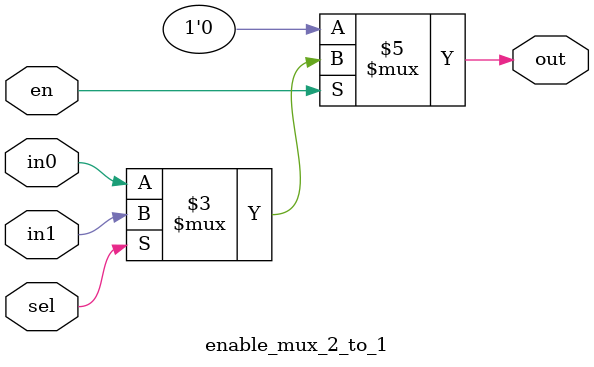
<source format=v>
module enable_mux_2_to_1 (
                            input  wire in0,
                            input  wire in1,
                            input  wire sel,
                            input       en,              // observe that the data type wire is not explicitly defined for this signal 
                            output reg  out              // the signal out is declared as reg since this has later been used as a proecdural continuous assignment
                        );
   
always @ (*) begin     
            if(~en)
                 out <= 1'b0;
            else 
                 out <= sel ? in1 : in0 ;
end
  
endmodule   
</source>
